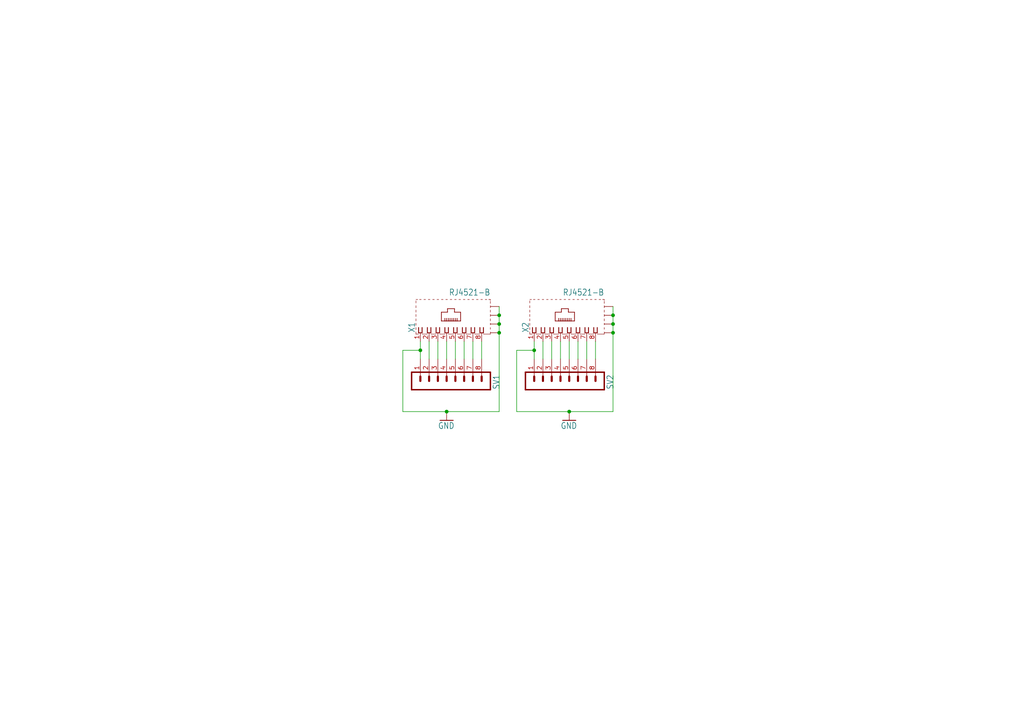
<source format=kicad_sch>
(kicad_sch (version 20230121) (generator eeschema)
  (paper "A4")
  (lib_symbols
    (symbol "connector_board-eagle-import:GND" (power)
      (property "Value" "GND" (at -2.54 -2.54 0))
      (symbol "GND_1_0"
        (polyline (pts (xy -1.905 0) (xy 1.905 0)) (stroke (width 0.254)))
        (pin power_in line (at 0 2.54 270) (length 2.54) (name "GND") (number "1"))
      )
    )
    (symbol "connector_board-eagle-import:MA08-1"
      (property "Reference" "SV" (at -1.27 13.462 0))
      (symbol "MA08-1_1_0"
        (polyline (pts (xy -1.27 12.7) (xy -1.27 -10.16)) (stroke (width 0.4064)))
        (polyline (pts (xy -1.27 12.7) (xy 3.81 12.7)) (stroke (width 0.4064)))
        (polyline (pts (xy 1.27 -7.62) (xy 2.54 -7.62)) (stroke (width 0.6096)))
        (polyline (pts (xy 1.27 -5.08) (xy 2.54 -5.08)) (stroke (width 0.6096)))
        (polyline (pts (xy 1.27 -2.54) (xy 2.54 -2.54)) (stroke (width 0.6096)))
        (polyline (pts (xy 1.27 0) (xy 2.54 0)) (stroke (width 0.6096)))
        (polyline (pts (xy 1.27 2.54) (xy 2.54 2.54)) (stroke (width 0.6096)))
        (polyline (pts (xy 1.27 5.08) (xy 2.54 5.08)) (stroke (width 0.6096)))
        (polyline (pts (xy 1.27 7.62) (xy 2.54 7.62)) (stroke (width 0.6096)))
        (polyline (pts (xy 1.27 10.16) (xy 2.54 10.16)) (stroke (width 0.6096)))
        (polyline (pts (xy 3.81 -10.16) (xy -1.27 -10.16)) (stroke (width 0.4064)))
        (polyline (pts (xy 3.81 -10.16) (xy 3.81 12.7)) (stroke (width 0.4064)))
        (pin passive line (at 7.62 -7.62 180) (length 5.08) (name "1") (number "1"))
        (pin passive line (at 7.62 -5.08 180) (length 5.08) (name "2") (number "2"))
        (pin passive line (at 7.62 -2.54 180) (length 5.08) (name "3") (number "3"))
        (pin passive line (at 7.62 0 180) (length 5.08) (name "4") (number "4"))
        (pin passive line (at 7.62 2.54 180) (length 5.08) (name "5") (number "5"))
        (pin passive line (at 7.62 5.08 180) (length 5.08) (name "6") (number "6"))
        (pin passive line (at 7.62 7.62 180) (length 5.08) (name "7") (number "7"))
        (pin passive line (at 7.62 10.16 180) (length 5.08) (name "8") (number "8"))
      )
    )
    (symbol "connector_board-eagle-import:RJ4521-B"
      (property "Reference" "X" (at -5.08 11.684 0))
      (symbol "RJ4521-B_1_0"
        (polyline (pts (xy -5.461 -10.16) (xy -4.826 -10.16)) (stroke (width 0.127)))
        (polyline (pts (xy -5.461 -8.128) (xy -5.461 -10.16)) (stroke (width 0.127)))
        (polyline (pts (xy -5.461 -5.588) (xy -5.461 -7.112)) (stroke (width 0.127)))
        (polyline (pts (xy -5.461 -3.048) (xy -5.461 -4.572)) (stroke (width 0.127)))
        (polyline (pts (xy -5.461 -0.508) (xy -5.461 -2.032)) (stroke (width 0.127)))
        (polyline (pts (xy -5.461 2.032) (xy -5.461 0.508)) (stroke (width 0.127)))
        (polyline (pts (xy -5.461 4.572) (xy -5.461 3.048)) (stroke (width 0.127)))
        (polyline (pts (xy -5.461 7.112) (xy -5.461 5.588)) (stroke (width 0.127)))
        (polyline (pts (xy -5.461 9.652) (xy -5.461 8.128)) (stroke (width 0.127)))
        (polyline (pts (xy -5.461 11.43) (xy -5.461 10.668)) (stroke (width 0.127)))
        (polyline (pts (xy -5.08 -8.128) (xy -3.556 -8.128)) (stroke (width 0.254)))
        (polyline (pts (xy -5.08 -7.112) (xy -5.08 -8.128)) (stroke (width 0.254)))
        (polyline (pts (xy -5.08 -5.588) (xy -3.556 -5.588)) (stroke (width 0.254)))
        (polyline (pts (xy -5.08 -4.572) (xy -5.08 -5.588)) (stroke (width 0.254)))
        (polyline (pts (xy -5.08 -3.048) (xy -3.556 -3.048)) (stroke (width 0.254)))
        (polyline (pts (xy -5.08 -2.032) (xy -5.08 -3.048)) (stroke (width 0.254)))
        (polyline (pts (xy -5.08 -0.508) (xy -3.556 -0.508)) (stroke (width 0.254)))
        (polyline (pts (xy -5.08 0.508) (xy -5.08 -0.508)) (stroke (width 0.254)))
        (polyline (pts (xy -5.08 2.032) (xy -3.556 2.032)) (stroke (width 0.254)))
        (polyline (pts (xy -5.08 3.048) (xy -5.08 2.032)) (stroke (width 0.254)))
        (polyline (pts (xy -5.08 4.572) (xy -3.556 4.572)) (stroke (width 0.254)))
        (polyline (pts (xy -5.08 5.588) (xy -5.08 4.572)) (stroke (width 0.254)))
        (polyline (pts (xy -5.08 7.112) (xy -3.556 7.112)) (stroke (width 0.254)))
        (polyline (pts (xy -5.08 8.128) (xy -5.08 7.112)) (stroke (width 0.254)))
        (polyline (pts (xy -5.08 9.652) (xy -3.556 9.652)) (stroke (width 0.254)))
        (polyline (pts (xy -5.08 10.668) (xy -5.08 9.652)) (stroke (width 0.254)))
        (polyline (pts (xy -4.826 11.43) (xy -5.461 11.43)) (stroke (width 0.127)))
        (polyline (pts (xy -4.064 -10.16) (xy -3.556 -10.16)) (stroke (width 0.127)))
        (polyline (pts (xy -3.556 -7.112) (xy -5.08 -7.112)) (stroke (width 0.254)))
        (polyline (pts (xy -3.556 -4.572) (xy -5.08 -4.572)) (stroke (width 0.254)))
        (polyline (pts (xy -3.556 -2.032) (xy -5.08 -2.032)) (stroke (width 0.254)))
        (polyline (pts (xy -3.556 0.508) (xy -5.08 0.508)) (stroke (width 0.254)))
        (polyline (pts (xy -3.556 3.048) (xy -5.08 3.048)) (stroke (width 0.254)))
        (polyline (pts (xy -3.556 5.588) (xy -5.08 5.588)) (stroke (width 0.254)))
        (polyline (pts (xy -3.556 8.128) (xy -5.08 8.128)) (stroke (width 0.254)))
        (polyline (pts (xy -3.556 10.668) (xy -5.08 10.668)) (stroke (width 0.254)))
        (polyline (pts (xy -3.556 11.43) (xy -4.191 11.43)) (stroke (width 0.127)))
        (polyline (pts (xy -2.794 -10.16) (xy -2.286 -10.16)) (stroke (width 0.127)))
        (polyline (pts (xy -2.286 11.43) (xy -2.921 11.43)) (stroke (width 0.127)))
        (polyline (pts (xy -1.651 -1.524) (xy 0.889 -1.524)) (stroke (width 0.1998)))
        (polyline (pts (xy -1.651 -0.508) (xy -1.651 -1.524)) (stroke (width 0.1998)))
        (polyline (pts (xy -1.651 -0.508) (xy -0.889 -0.508)) (stroke (width 0.1998)))
        (polyline (pts (xy -1.651 0) (xy -1.651 -0.508)) (stroke (width 0.1998)))
        (polyline (pts (xy -1.651 0) (xy -0.889 0)) (stroke (width 0.1998)))
        (polyline (pts (xy -1.651 0.508) (xy -1.651 0)) (stroke (width 0.1998)))
        (polyline (pts (xy -1.651 0.508) (xy -0.889 0.508)) (stroke (width 0.1998)))
        (polyline (pts (xy -1.651 1.016) (xy -1.651 0.508)) (stroke (width 0.1998)))
        (polyline (pts (xy -1.651 1.016) (xy -0.889 1.016)) (stroke (width 0.1998)))
        (polyline (pts (xy -1.651 1.524) (xy -1.651 1.016)) (stroke (width 0.1998)))
        (polyline (pts (xy -1.651 1.524) (xy -0.889 1.524)) (stroke (width 0.1998)))
        (polyline (pts (xy -1.651 2.032) (xy -1.651 1.524)) (stroke (width 0.1998)))
        (polyline (pts (xy -1.651 2.032) (xy -0.889 2.032)) (stroke (width 0.1998)))
        (polyline (pts (xy -1.651 2.54) (xy -1.651 2.032)) (stroke (width 0.1998)))
        (polyline (pts (xy -1.651 2.54) (xy -0.889 2.54)) (stroke (width 0.1998)))
        (polyline (pts (xy -1.651 3.048) (xy -1.651 2.54)) (stroke (width 0.1998)))
        (polyline (pts (xy -1.651 3.048) (xy -0.889 3.048)) (stroke (width 0.1998)))
        (polyline (pts (xy -1.651 4.064) (xy -1.651 3.048)) (stroke (width 0.1998)))
        (polyline (pts (xy -1.016 -10.16) (xy -1.651 -10.16)) (stroke (width 0.127)))
        (polyline (pts (xy -1.016 11.43) (xy -1.651 11.43)) (stroke (width 0.127)))
        (polyline (pts (xy 0.254 -10.16) (xy -0.381 -10.16)) (stroke (width 0.127)))
        (polyline (pts (xy 0.254 11.43) (xy -0.381 11.43)) (stroke (width 0.127)))
        (polyline (pts (xy 0.889 -1.524) (xy 0.889 0.254)) (stroke (width 0.1998)))
        (polyline (pts (xy 0.889 0.254) (xy 1.905 0.254)) (stroke (width 0.1998)))
        (polyline (pts (xy 0.889 2.286) (xy 0.889 4.064)) (stroke (width 0.1998)))
        (polyline (pts (xy 0.889 4.064) (xy -1.651 4.064)) (stroke (width 0.1998)))
        (polyline (pts (xy 1.524 -10.16) (xy 0.889 -10.16)) (stroke (width 0.127)))
        (polyline (pts (xy 1.524 11.43) (xy 0.889 11.43)) (stroke (width 0.127)))
        (polyline (pts (xy 1.905 0.254) (xy 1.905 2.286)) (stroke (width 0.1998)))
        (polyline (pts (xy 1.905 2.286) (xy 0.889 2.286)) (stroke (width 0.1998)))
        (polyline (pts (xy 2.794 -10.16) (xy 2.159 -10.16)) (stroke (width 0.127)))
        (polyline (pts (xy 2.794 11.43) (xy 2.159 11.43)) (stroke (width 0.127)))
        (polyline (pts (xy 3.556 11.43) (xy 4.191 11.43)) (stroke (width 0.127)))
        (polyline (pts (xy 4.064 -10.16) (xy 3.429 -10.16)) (stroke (width 0.127)))
        (polyline (pts (xy 4.318 -10.16) (xy 4.572 -10.16)) (stroke (width 0.127)))
        (polyline (pts (xy 4.572 -10.16) (xy 4.572 -9.652)) (stroke (width 0.127)))
        (polyline (pts (xy 4.572 -9.144) (xy 4.572 -8.636)) (stroke (width 0.127)))
        (polyline (pts (xy 4.572 -7.874) (xy 4.572 -7.366)) (stroke (width 0.127)))
        (polyline (pts (xy 4.572 -6.604) (xy 4.572 -6.096)) (stroke (width 0.127)))
        (polyline (pts (xy 4.572 -5.334) (xy 4.572 -4.826)) (stroke (width 0.127)))
        (polyline (pts (xy 4.572 -4.064) (xy 4.572 -3.556)) (stroke (width 0.127)))
        (polyline (pts (xy 4.572 -2.794) (xy 4.572 -2.286)) (stroke (width 0.127)))
        (polyline (pts (xy 4.572 -1.524) (xy 4.572 -1.016)) (stroke (width 0.127)))
        (polyline (pts (xy 4.572 -0.254) (xy 4.572 0.254)) (stroke (width 0.127)))
        (polyline (pts (xy 4.572 1.016) (xy 4.572 1.524)) (stroke (width 0.127)))
        (polyline (pts (xy 4.572 2.286) (xy 4.572 2.794)) (stroke (width 0.127)))
        (polyline (pts (xy 4.572 3.556) (xy 4.572 4.064)) (stroke (width 0.127)))
        (polyline (pts (xy 4.572 4.826) (xy 4.572 5.334)) (stroke (width 0.127)))
        (polyline (pts (xy 4.572 6.096) (xy 4.572 6.604)) (stroke (width 0.127)))
        (polyline (pts (xy 4.572 7.366) (xy 4.572 7.874)) (stroke (width 0.127)))
        (polyline (pts (xy 4.572 8.636) (xy 4.572 9.144)) (stroke (width 0.127)))
        (polyline (pts (xy 4.572 9.906) (xy 4.572 10.414)) (stroke (width 0.127)))
        (polyline (pts (xy 4.572 10.922) (xy 4.572 11.43)) (stroke (width 0.127)))
        (pin passive line (at -7.62 10.16 0) (length 2.54) (name "1") (number "1"))
        (pin passive line (at -7.62 7.62 0) (length 2.54) (name "2") (number "2"))
        (pin passive line (at -7.62 5.08 0) (length 2.54) (name "3") (number "3"))
        (pin passive line (at -7.62 2.54 0) (length 2.54) (name "4") (number "4"))
        (pin passive line (at -7.62 0 0) (length 2.54) (name "5") (number "5"))
        (pin passive line (at -7.62 -2.54 0) (length 2.54) (name "6") (number "6"))
        (pin passive line (at -7.62 -5.08 0) (length 2.54) (name "7") (number "7"))
        (pin passive line (at -7.62 -7.62 0) (length 2.54) (name "8") (number "8"))
        (pin passive line (at -5.08 -12.7 90) (length 2.54) (name "S@1") (number "S1"))
        (pin passive line (at -2.54 -12.7 90) (length 2.54) (name "S@2") (number "S2"))
        (pin passive line (at 0 -12.7 90) (length 2.54) (name "S@3") (number "S3"))
        (pin passive line (at 2.54 -12.7 90) (length 2.54) (name "S@4") (number "S4"))
      )
    )
  )
  (junction (at 144.78 91.44))
  (junction (at 144.78 93.98))
  (junction (at 165.1 119.38))
  (junction (at 144.78 96.52))
  (junction (at 177.8 93.98))
  (junction (at 177.8 96.52))
  (junction (at 121.92 101.6))
  (junction (at 129.54 119.38))
  (junction (at 154.94 101.6))
  (junction (at 177.8 91.44))
  (wire (pts (xy 144.78 93.98) (xy 144.78 91.44)) (stroke (width 0.1524)))
  (wire (pts (xy 129.54 104.14) (xy 129.54 99.06)) (stroke (width 0.1524)))
  (wire (pts (xy 139.7 104.14) (xy 139.7 99.06)) (stroke (width 0.1524)))
  (wire (pts (xy 144.78 96.52) (xy 144.78 93.98)) (stroke (width 0.1524)))
  (wire (pts (xy 154.94 104.14) (xy 154.94 101.6)) (stroke (width 0.1524)))
  (wire (pts (xy 132.08 104.14) (xy 132.08 99.06)) (stroke (width 0.1524)))
  (wire (pts (xy 144.78 96.52) (xy 144.78 119.38)) (stroke (width 0.1524)))
  (wire (pts (xy 137.16 104.14) (xy 137.16 99.06)) (stroke (width 0.1524)))
  (wire (pts (xy 172.72 104.14) (xy 172.72 99.06)) (stroke (width 0.1524)))
  (wire (pts (xy 144.78 119.38) (xy 129.54 119.38)) (stroke (width 0.1524)))
  (wire (pts (xy 149.86 101.6) (xy 154.94 101.6)) (stroke (width 0.1524)))
  (wire (pts (xy 177.8 119.38) (xy 165.1 119.38)) (stroke (width 0.1524)))
  (wire (pts (xy 121.92 101.6) (xy 121.92 99.06)) (stroke (width 0.1524)))
  (wire (pts (xy 160.02 104.14) (xy 160.02 99.06)) (stroke (width 0.1524)))
  (wire (pts (xy 167.64 104.14) (xy 167.64 99.06)) (stroke (width 0.1524)))
  (wire (pts (xy 144.78 91.44) (xy 144.78 88.9)) (stroke (width 0.1524)))
  (wire (pts (xy 157.48 104.14) (xy 157.48 99.06)) (stroke (width 0.1524)))
  (wire (pts (xy 177.8 119.38) (xy 177.8 96.52)) (stroke (width 0.1524)))
  (wire (pts (xy 154.94 101.6) (xy 154.94 99.06)) (stroke (width 0.1524)))
  (wire (pts (xy 165.1 119.38) (xy 149.86 119.38)) (stroke (width 0.1524)))
  (wire (pts (xy 129.54 119.38) (xy 116.84 119.38)) (stroke (width 0.1524)))
  (wire (pts (xy 177.8 91.44) (xy 177.8 88.9)) (stroke (width 0.1524)))
  (wire (pts (xy 177.8 96.52) (xy 177.8 93.98)) (stroke (width 0.1524)))
  (wire (pts (xy 124.46 104.14) (xy 124.46 99.06)) (stroke (width 0.1524)))
  (wire (pts (xy 134.62 104.14) (xy 134.62 99.06)) (stroke (width 0.1524)))
  (wire (pts (xy 149.86 119.38) (xy 149.86 101.6)) (stroke (width 0.1524)))
  (wire (pts (xy 116.84 119.38) (xy 116.84 101.6)) (stroke (width 0.1524)))
  (wire (pts (xy 177.8 93.98) (xy 177.8 91.44)) (stroke (width 0.1524)))
  (wire (pts (xy 121.92 104.14) (xy 121.92 101.6)) (stroke (width 0.1524)))
  (wire (pts (xy 116.84 101.6) (xy 121.92 101.6)) (stroke (width 0.1524)))
  (wire (pts (xy 162.56 104.14) (xy 162.56 99.06)) (stroke (width 0.1524)))
  (wire (pts (xy 170.18 104.14) (xy 170.18 99.06)) (stroke (width 0.1524)))
  (wire (pts (xy 127 104.14) (xy 127 99.06)) (stroke (width 0.1524)))
  (wire (pts (xy 165.1 104.14) (xy 165.1 99.06)) (stroke (width 0.1524)))
  (symbol (lib_id "connector_board-eagle-import:MA08-1") (at 129.54 111.76 270) (mirror x) (unit 1)
    (property "Reference" "SV1" (at 143.002 113.03 0) (effects (font (size 1.778 1.5113)) (justify left bottom)))
    (property "Value" "MA08-1" (effects hide))
    (property "Footprint" "connector_board:MA08-1" (effects hide))
  )
  (symbol (lib_id "connector_board-eagle-import:RJ4521-B") (at 165.1 91.44 90) (unit 1)
    (property "Reference" "X2" (at 153.416 96.52 0) (effects (font (size 1.778 1.5113)) (justify left bottom)))
    (property "Value" "RJ4521-B" (at 175.26 83.82 90) (effects (font (size 1.778 1.5113)) (justify left bottom)))
    (property "Footprint" "connector_board:RJ45-SHIELD1" (effects hide))
  )
  (symbol (lib_id "connector_board-eagle-import:RJ4521-B") (at 132.08 91.44 90) (unit 1)
    (property "Reference" "X1" (at 120.396 96.52 0) (effects (font (size 1.778 1.5113)) (justify left bottom)))
    (property "Value" "RJ4521-B" (at 142.24 83.82 90) (effects (font (size 1.778 1.5113)) (justify left bottom)))
    (property "Footprint" "connector_board:RJ45-SHIELD1" (effects hide))
  )
  (symbol (lib_id "connector_board-eagle-import:GND") (at 129.54 121.92 0) (unit 1)
    (property "Reference" "#GND1" (effects hide))
    (property "Value" "GND" (at 127 124.46 0) (effects (font (size 1.778 1.5113)) (justify left bottom)))
  )
  (symbol (lib_id "connector_board-eagle-import:MA08-1") (at 162.56 111.76 270) (mirror x) (unit 1)
    (property "Reference" "SV2" (at 176.022 113.03 0) (effects (font (size 1.778 1.5113)) (justify left bottom)))
    (property "Value" "MA08-1" (effects hide))
    (property "Footprint" "connector_board:MA08-1" (effects hide))
  )
  (symbol (lib_id "connector_board-eagle-import:GND") (at 165.1 121.92 0) (unit 1)
    (property "Reference" "#GND2" (effects hide))
    (property "Value" "GND" (at 162.56 124.46 0) (effects (font (size 1.778 1.5113)) (justify left bottom)))
  )
)
</source>
